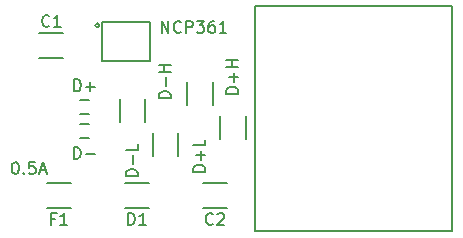
<source format=gto>
G04 #@! TF.FileFunction,Legend,Top*
%FSLAX46Y46*%
G04 Gerber Fmt 4.6, Leading zero omitted, Abs format (unit mm)*
G04 Created by KiCad (PCBNEW 4.0.1-2.fc23-product) date Tue 12 Jan 2016 10:32:47 PM CET*
%MOMM*%
G01*
G04 APERTURE LIST*
%ADD10C,0.100000*%
%ADD11C,0.150000*%
G04 APERTURE END LIST*
D10*
D11*
X146680605Y-107249000D02*
G75*
G03X146680605Y-107249000I-179605J0D01*
G01*
X146882000Y-106995000D02*
X146882000Y-110297000D01*
X146882000Y-110297000D02*
X150946000Y-110297000D01*
X150946000Y-110297000D02*
X150946000Y-106995000D01*
X150946000Y-106995000D02*
X146882000Y-106995000D01*
X141621000Y-109991000D02*
X143621000Y-109991000D01*
X143621000Y-107941000D02*
X141621000Y-107941000D01*
X155464000Y-122691000D02*
X157464000Y-122691000D01*
X157464000Y-120641000D02*
X155464000Y-120641000D01*
X150860000Y-120641000D02*
X148860000Y-120641000D01*
X148860000Y-122691000D02*
X150860000Y-122691000D01*
X142256000Y-122691000D02*
X144256000Y-122691000D01*
X144256000Y-120641000D02*
X142256000Y-120641000D01*
X145077000Y-113573000D02*
X145777000Y-113573000D01*
X145777000Y-114773000D02*
X145077000Y-114773000D01*
X145077000Y-115605000D02*
X145777000Y-115605000D01*
X145777000Y-116805000D02*
X145077000Y-116805000D01*
X159063000Y-114898000D02*
X159063000Y-116898000D01*
X156913000Y-116898000D02*
X156913000Y-114898000D01*
X156269000Y-112030000D02*
X156269000Y-114030000D01*
X154119000Y-114030000D02*
X154119000Y-112030000D01*
X153348000Y-116348000D02*
X153348000Y-118348000D01*
X151198000Y-118348000D02*
X151198000Y-116348000D01*
X150554000Y-113480000D02*
X150554000Y-115480000D01*
X148404000Y-115480000D02*
X148404000Y-113480000D01*
X159893000Y-124714000D02*
X176523000Y-124714000D01*
X159893000Y-105664000D02*
X159893000Y-124714000D01*
X176523000Y-105664000D02*
X159893000Y-105664000D01*
X176523000Y-124714000D02*
X176523000Y-105664000D01*
X151971714Y-107894381D02*
X151971714Y-106894381D01*
X152543143Y-107894381D01*
X152543143Y-106894381D01*
X153590762Y-107799143D02*
X153543143Y-107846762D01*
X153400286Y-107894381D01*
X153305048Y-107894381D01*
X153162190Y-107846762D01*
X153066952Y-107751524D01*
X153019333Y-107656286D01*
X152971714Y-107465810D01*
X152971714Y-107322952D01*
X153019333Y-107132476D01*
X153066952Y-107037238D01*
X153162190Y-106942000D01*
X153305048Y-106894381D01*
X153400286Y-106894381D01*
X153543143Y-106942000D01*
X153590762Y-106989619D01*
X154019333Y-107894381D02*
X154019333Y-106894381D01*
X154400286Y-106894381D01*
X154495524Y-106942000D01*
X154543143Y-106989619D01*
X154590762Y-107084857D01*
X154590762Y-107227714D01*
X154543143Y-107322952D01*
X154495524Y-107370571D01*
X154400286Y-107418190D01*
X154019333Y-107418190D01*
X154924095Y-106894381D02*
X155543143Y-106894381D01*
X155209809Y-107275333D01*
X155352667Y-107275333D01*
X155447905Y-107322952D01*
X155495524Y-107370571D01*
X155543143Y-107465810D01*
X155543143Y-107703905D01*
X155495524Y-107799143D01*
X155447905Y-107846762D01*
X155352667Y-107894381D01*
X155066952Y-107894381D01*
X154971714Y-107846762D01*
X154924095Y-107799143D01*
X156400286Y-106894381D02*
X156209809Y-106894381D01*
X156114571Y-106942000D01*
X156066952Y-106989619D01*
X155971714Y-107132476D01*
X155924095Y-107322952D01*
X155924095Y-107703905D01*
X155971714Y-107799143D01*
X156019333Y-107846762D01*
X156114571Y-107894381D01*
X156305048Y-107894381D01*
X156400286Y-107846762D01*
X156447905Y-107799143D01*
X156495524Y-107703905D01*
X156495524Y-107465810D01*
X156447905Y-107370571D01*
X156400286Y-107322952D01*
X156305048Y-107275333D01*
X156114571Y-107275333D01*
X156019333Y-107322952D01*
X155971714Y-107370571D01*
X155924095Y-107465810D01*
X157447905Y-107894381D02*
X156876476Y-107894381D01*
X157162190Y-107894381D02*
X157162190Y-106894381D01*
X157066952Y-107037238D01*
X156971714Y-107132476D01*
X156876476Y-107180095D01*
X142454334Y-107291143D02*
X142406715Y-107338762D01*
X142263858Y-107386381D01*
X142168620Y-107386381D01*
X142025762Y-107338762D01*
X141930524Y-107243524D01*
X141882905Y-107148286D01*
X141835286Y-106957810D01*
X141835286Y-106814952D01*
X141882905Y-106624476D01*
X141930524Y-106529238D01*
X142025762Y-106434000D01*
X142168620Y-106386381D01*
X142263858Y-106386381D01*
X142406715Y-106434000D01*
X142454334Y-106481619D01*
X143406715Y-107386381D02*
X142835286Y-107386381D01*
X143121000Y-107386381D02*
X143121000Y-106386381D01*
X143025762Y-106529238D01*
X142930524Y-106624476D01*
X142835286Y-106672095D01*
X156297334Y-124055143D02*
X156249715Y-124102762D01*
X156106858Y-124150381D01*
X156011620Y-124150381D01*
X155868762Y-124102762D01*
X155773524Y-124007524D01*
X155725905Y-123912286D01*
X155678286Y-123721810D01*
X155678286Y-123578952D01*
X155725905Y-123388476D01*
X155773524Y-123293238D01*
X155868762Y-123198000D01*
X156011620Y-123150381D01*
X156106858Y-123150381D01*
X156249715Y-123198000D01*
X156297334Y-123245619D01*
X156678286Y-123245619D02*
X156725905Y-123198000D01*
X156821143Y-123150381D01*
X157059239Y-123150381D01*
X157154477Y-123198000D01*
X157202096Y-123245619D01*
X157249715Y-123340857D01*
X157249715Y-123436095D01*
X157202096Y-123578952D01*
X156630667Y-124150381D01*
X157249715Y-124150381D01*
X149121905Y-124150381D02*
X149121905Y-123150381D01*
X149360000Y-123150381D01*
X149502858Y-123198000D01*
X149598096Y-123293238D01*
X149645715Y-123388476D01*
X149693334Y-123578952D01*
X149693334Y-123721810D01*
X149645715Y-123912286D01*
X149598096Y-124007524D01*
X149502858Y-124102762D01*
X149360000Y-124150381D01*
X149121905Y-124150381D01*
X150645715Y-124150381D02*
X150074286Y-124150381D01*
X150360000Y-124150381D02*
X150360000Y-123150381D01*
X150264762Y-123293238D01*
X150169524Y-123388476D01*
X150074286Y-123436095D01*
X142922667Y-123626571D02*
X142589333Y-123626571D01*
X142589333Y-124150381D02*
X142589333Y-123150381D01*
X143065524Y-123150381D01*
X143970286Y-124150381D02*
X143398857Y-124150381D01*
X143684571Y-124150381D02*
X143684571Y-123150381D01*
X143589333Y-123293238D01*
X143494095Y-123388476D01*
X143398857Y-123436095D01*
X139525524Y-118832381D02*
X139620763Y-118832381D01*
X139716001Y-118880000D01*
X139763620Y-118927619D01*
X139811239Y-119022857D01*
X139858858Y-119213333D01*
X139858858Y-119451429D01*
X139811239Y-119641905D01*
X139763620Y-119737143D01*
X139716001Y-119784762D01*
X139620763Y-119832381D01*
X139525524Y-119832381D01*
X139430286Y-119784762D01*
X139382667Y-119737143D01*
X139335048Y-119641905D01*
X139287429Y-119451429D01*
X139287429Y-119213333D01*
X139335048Y-119022857D01*
X139382667Y-118927619D01*
X139430286Y-118880000D01*
X139525524Y-118832381D01*
X140287429Y-119737143D02*
X140335048Y-119784762D01*
X140287429Y-119832381D01*
X140239810Y-119784762D01*
X140287429Y-119737143D01*
X140287429Y-119832381D01*
X141239810Y-118832381D02*
X140763619Y-118832381D01*
X140716000Y-119308571D01*
X140763619Y-119260952D01*
X140858857Y-119213333D01*
X141096953Y-119213333D01*
X141192191Y-119260952D01*
X141239810Y-119308571D01*
X141287429Y-119403810D01*
X141287429Y-119641905D01*
X141239810Y-119737143D01*
X141192191Y-119784762D01*
X141096953Y-119832381D01*
X140858857Y-119832381D01*
X140763619Y-119784762D01*
X140716000Y-119737143D01*
X141668381Y-119546667D02*
X142144572Y-119546667D01*
X141573143Y-119832381D02*
X141906476Y-118832381D01*
X142239810Y-119832381D01*
X144546048Y-112847381D02*
X144546048Y-111847381D01*
X144784143Y-111847381D01*
X144927001Y-111895000D01*
X145022239Y-111990238D01*
X145069858Y-112085476D01*
X145117477Y-112275952D01*
X145117477Y-112418810D01*
X145069858Y-112609286D01*
X145022239Y-112704524D01*
X144927001Y-112799762D01*
X144784143Y-112847381D01*
X144546048Y-112847381D01*
X145546048Y-112466429D02*
X146307953Y-112466429D01*
X145927001Y-112847381D02*
X145927001Y-112085476D01*
X144534048Y-118562381D02*
X144534048Y-117562381D01*
X144772143Y-117562381D01*
X144915001Y-117610000D01*
X145010239Y-117705238D01*
X145057858Y-117800476D01*
X145105477Y-117990952D01*
X145105477Y-118133810D01*
X145057858Y-118324286D01*
X145010239Y-118419524D01*
X144915001Y-118514762D01*
X144772143Y-118562381D01*
X144534048Y-118562381D01*
X145534048Y-118181429D02*
X146295953Y-118181429D01*
X158440381Y-113037762D02*
X157440381Y-113037762D01*
X157440381Y-112799667D01*
X157488000Y-112656809D01*
X157583238Y-112561571D01*
X157678476Y-112513952D01*
X157868952Y-112466333D01*
X158011810Y-112466333D01*
X158202286Y-112513952D01*
X158297524Y-112561571D01*
X158392762Y-112656809D01*
X158440381Y-112799667D01*
X158440381Y-113037762D01*
X158059429Y-112037762D02*
X158059429Y-111275857D01*
X158440381Y-111656809D02*
X157678476Y-111656809D01*
X158440381Y-110799667D02*
X157440381Y-110799667D01*
X157916571Y-110799667D02*
X157916571Y-110228238D01*
X158440381Y-110228238D02*
X157440381Y-110228238D01*
X155646381Y-119649714D02*
X154646381Y-119649714D01*
X154646381Y-119411619D01*
X154694000Y-119268761D01*
X154789238Y-119173523D01*
X154884476Y-119125904D01*
X155074952Y-119078285D01*
X155217810Y-119078285D01*
X155408286Y-119125904D01*
X155503524Y-119173523D01*
X155598762Y-119268761D01*
X155646381Y-119411619D01*
X155646381Y-119649714D01*
X155265429Y-118649714D02*
X155265429Y-117887809D01*
X155646381Y-118268761D02*
X154884476Y-118268761D01*
X155646381Y-116935428D02*
X155646381Y-117411619D01*
X154646381Y-117411619D01*
X152725381Y-113418762D02*
X151725381Y-113418762D01*
X151725381Y-113180667D01*
X151773000Y-113037809D01*
X151868238Y-112942571D01*
X151963476Y-112894952D01*
X152153952Y-112847333D01*
X152296810Y-112847333D01*
X152487286Y-112894952D01*
X152582524Y-112942571D01*
X152677762Y-113037809D01*
X152725381Y-113180667D01*
X152725381Y-113418762D01*
X152344429Y-112418762D02*
X152344429Y-111656857D01*
X152725381Y-111180667D02*
X151725381Y-111180667D01*
X152201571Y-111180667D02*
X152201571Y-110609238D01*
X152725381Y-110609238D02*
X151725381Y-110609238D01*
X149931381Y-120030714D02*
X148931381Y-120030714D01*
X148931381Y-119792619D01*
X148979000Y-119649761D01*
X149074238Y-119554523D01*
X149169476Y-119506904D01*
X149359952Y-119459285D01*
X149502810Y-119459285D01*
X149693286Y-119506904D01*
X149788524Y-119554523D01*
X149883762Y-119649761D01*
X149931381Y-119792619D01*
X149931381Y-120030714D01*
X149550429Y-119030714D02*
X149550429Y-118268809D01*
X149931381Y-117316428D02*
X149931381Y-117792619D01*
X148931381Y-117792619D01*
M02*

</source>
